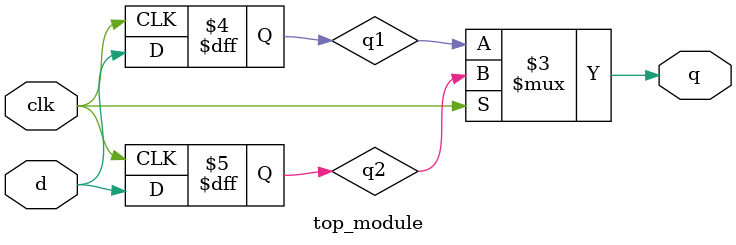
<source format=v>
module top_module (
    input clk,
    input d,
    output q
);
	reg q1,q2;
    always @(posedge clk)
        q2 <= d;
    
    always @(negedge clk) begin
        q1 <= d;
    end
    
    assign q = clk ? q2:q1;
             
endmodule

</source>
